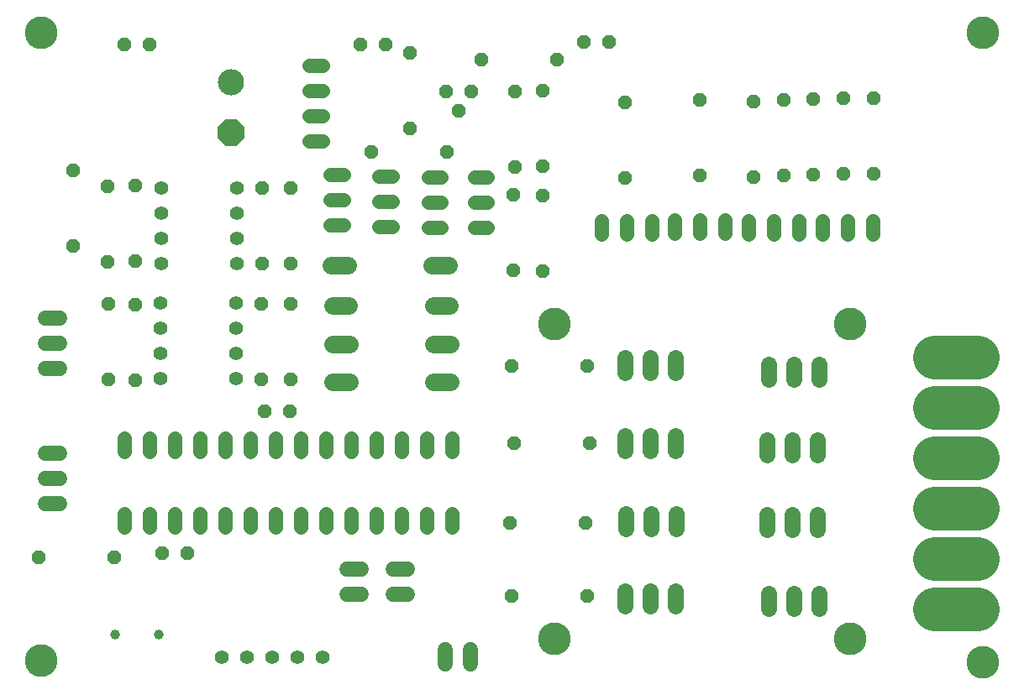
<source format=gbs>
G75*
G70*
%OFA0B0*%
%FSLAX24Y24*%
%IPPOS*%
%LPD*%
%AMOC8*
5,1,8,0,0,1.08239X$1,22.5*
%
%ADD10C,0.1300*%
%ADD11OC8,0.0560*%
%ADD12C,0.0555*%
%ADD13C,0.0394*%
%ADD14C,0.0640*%
%ADD15C,0.0560*%
%ADD16C,0.0560*%
%ADD17C,0.0555*%
%ADD18C,0.1040*%
%ADD19OC8,0.1040*%
%ADD20C,0.0600*%
%ADD21C,0.0700*%
%ADD22C,0.0594*%
%ADD23C,0.1740*%
D10*
X001071Y001454D03*
X021451Y002294D03*
X033201Y002294D03*
X038451Y001384D03*
X033201Y014794D03*
X021451Y014794D03*
X038451Y026374D03*
X001071Y026374D03*
D11*
X004371Y025894D03*
X005371Y025894D03*
X002351Y020894D03*
X003734Y020273D03*
X004824Y020323D03*
X002351Y017894D03*
X003734Y017273D03*
X004824Y017323D03*
X004821Y015584D03*
X003761Y015624D03*
X003761Y012624D03*
X004821Y012584D03*
X009821Y012624D03*
X010998Y012624D03*
X010961Y011334D03*
X009961Y011334D03*
X009821Y015624D03*
X010998Y015624D03*
X010984Y017223D03*
X009844Y017223D03*
X009844Y020223D03*
X010984Y020223D03*
X014191Y021654D03*
X015711Y022574D03*
X017191Y021654D03*
X017661Y023284D03*
X018161Y024034D03*
X017161Y024034D03*
X018541Y025314D03*
X019871Y024044D03*
X020971Y024074D03*
X021541Y025314D03*
X022621Y025994D03*
X023621Y025994D03*
X024251Y023624D03*
X027221Y023694D03*
X029361Y023654D03*
X030561Y023704D03*
X031729Y023748D03*
X032921Y023774D03*
X034111Y023764D03*
X034111Y020764D03*
X032921Y020774D03*
X031729Y020748D03*
X030561Y020704D03*
X029361Y020654D03*
X027221Y020694D03*
X024251Y020624D03*
X020971Y021074D03*
X019871Y021044D03*
X019831Y019944D03*
X020971Y019914D03*
X020971Y016914D03*
X019831Y016944D03*
X019761Y013150D03*
X022761Y013150D03*
X022841Y010074D03*
X019841Y010074D03*
X019671Y006914D03*
X022671Y006914D03*
X022741Y004004D03*
X019741Y004004D03*
X006871Y005704D03*
X005871Y005704D03*
X003978Y005536D03*
X000978Y005536D03*
X015711Y025574D03*
X014751Y025914D03*
X013751Y025914D03*
D12*
X012251Y001584D03*
X011251Y001584D03*
X010251Y001584D03*
X009251Y001584D03*
X008251Y001584D03*
D13*
X005757Y002464D03*
X004025Y002464D03*
D14*
X024261Y003604D02*
X024261Y004204D01*
X025261Y004204D02*
X025261Y003604D01*
X026261Y003604D02*
X026261Y004204D01*
X026271Y006664D02*
X026271Y007264D01*
X025271Y007264D02*
X025271Y006664D01*
X024271Y006664D02*
X024271Y007264D01*
X024261Y009774D02*
X024261Y010374D01*
X025261Y010374D02*
X025261Y009774D01*
X026261Y009774D02*
X026261Y010374D01*
X026261Y012864D02*
X026261Y013464D01*
X025261Y013464D02*
X025261Y012864D01*
X024261Y012864D02*
X024261Y013464D01*
X029951Y013204D02*
X029951Y012604D01*
X030951Y012604D02*
X030951Y013204D01*
X031951Y013204D02*
X031951Y012604D01*
X031891Y010204D02*
X031891Y009604D01*
X030891Y009604D02*
X030891Y010204D01*
X029891Y010204D02*
X029891Y009604D01*
X029899Y007247D02*
X029899Y006647D01*
X030899Y006647D02*
X030899Y007247D01*
X031899Y007247D02*
X031899Y006647D01*
X031951Y004114D02*
X031951Y003514D01*
X030951Y003514D02*
X030951Y004114D01*
X029951Y004114D02*
X029951Y003514D01*
D15*
X017381Y006754D02*
X017381Y007274D01*
X016381Y007274D02*
X016381Y006754D01*
X015381Y006754D02*
X015381Y007274D01*
X014381Y007274D02*
X014381Y006754D01*
X013381Y006754D02*
X013381Y007274D01*
X012381Y007274D02*
X012381Y006754D01*
X011381Y006754D02*
X011381Y007274D01*
X010381Y007274D02*
X010381Y006754D01*
X009381Y006754D02*
X009381Y007274D01*
X008381Y007274D02*
X008381Y006754D01*
X007381Y006754D02*
X007381Y007274D01*
X006381Y007274D02*
X006381Y006754D01*
X005381Y006754D02*
X005381Y007274D01*
X004381Y007274D02*
X004381Y006754D01*
X004381Y009754D02*
X004381Y010274D01*
X005381Y010274D02*
X005381Y009754D01*
X006381Y009754D02*
X006381Y010274D01*
X007381Y010274D02*
X007381Y009754D01*
X008381Y009754D02*
X008381Y010274D01*
X009381Y010274D02*
X009381Y009754D01*
X010381Y009754D02*
X010381Y010274D01*
X011381Y010274D02*
X011381Y009754D01*
X012381Y009754D02*
X012381Y010274D01*
X013381Y010274D02*
X013381Y009754D01*
X014381Y009754D02*
X014381Y010274D01*
X015381Y010274D02*
X015381Y009754D01*
X016381Y009754D02*
X016381Y010274D01*
X017381Y010274D02*
X017381Y009754D01*
X023311Y018384D02*
X023311Y018904D01*
X024311Y018904D02*
X024311Y018384D01*
X025311Y018384D02*
X025311Y018904D01*
X026231Y018934D02*
X026231Y018414D01*
X027231Y018414D02*
X027231Y018934D01*
X028231Y018934D02*
X028231Y018414D01*
X029161Y018384D02*
X029161Y018904D01*
X030161Y018904D02*
X030161Y018384D01*
X031161Y018384D02*
X031161Y018904D01*
X032101Y018894D02*
X032101Y018374D01*
X033101Y018374D02*
X033101Y018894D01*
X034101Y018894D02*
X034101Y018374D01*
X018796Y018647D02*
X018276Y018647D01*
X018276Y019647D02*
X018796Y019647D01*
X018796Y020647D02*
X018276Y020647D01*
X016961Y020644D02*
X016441Y020644D01*
X016441Y019644D02*
X016961Y019644D01*
X016961Y018644D02*
X016441Y018644D01*
X015021Y018674D02*
X014501Y018674D01*
X013071Y018734D02*
X012551Y018734D01*
X012551Y019734D02*
X013071Y019734D01*
X014501Y019674D02*
X015021Y019674D01*
X015021Y020674D02*
X014501Y020674D01*
X013071Y020734D02*
X012551Y020734D01*
D16*
X008854Y020213D03*
X008854Y019213D03*
X008854Y018213D03*
X008854Y017213D03*
X008814Y015659D03*
X008814Y014659D03*
X008814Y013659D03*
X008814Y012659D03*
X005814Y012659D03*
X005814Y013659D03*
X005814Y014659D03*
X005814Y015659D03*
X005854Y017213D03*
X005854Y018213D03*
X005854Y019213D03*
X005854Y020213D03*
D17*
X011733Y022064D02*
X012248Y022064D01*
X012248Y023064D02*
X011733Y023064D01*
X011733Y024064D02*
X012248Y024064D01*
X012248Y025064D02*
X011733Y025064D01*
D18*
X008621Y024394D03*
D19*
X008621Y022394D03*
D20*
X013221Y005084D02*
X013781Y005084D01*
X013781Y004084D02*
X013221Y004084D01*
X015061Y004064D02*
X015621Y004064D01*
X015621Y005064D02*
X015061Y005064D01*
X017131Y001874D02*
X017131Y001314D01*
X018131Y001314D02*
X018131Y001874D01*
D21*
X017311Y012494D02*
X016651Y012494D01*
X016651Y013994D02*
X017311Y013994D01*
X017301Y015554D02*
X016641Y015554D01*
X016581Y017134D02*
X017241Y017134D01*
X013241Y017134D02*
X012581Y017134D01*
X012641Y015554D02*
X013301Y015554D01*
X013311Y013994D02*
X012651Y013994D01*
X012651Y012494D02*
X013311Y012494D01*
D22*
X001818Y013054D02*
X001264Y013054D01*
X001264Y014054D02*
X001818Y014054D01*
X001818Y015054D02*
X001264Y015054D01*
X001254Y009674D02*
X001808Y009674D01*
X001808Y008674D02*
X001254Y008674D01*
X001254Y007674D02*
X001808Y007674D01*
D23*
X036551Y007464D02*
X038251Y007464D01*
X038251Y009464D02*
X036551Y009464D01*
X036551Y011464D02*
X038251Y011464D01*
X038251Y013464D02*
X036551Y013464D01*
X036551Y005464D02*
X038251Y005464D01*
X038251Y003464D02*
X036551Y003464D01*
M02*

</source>
